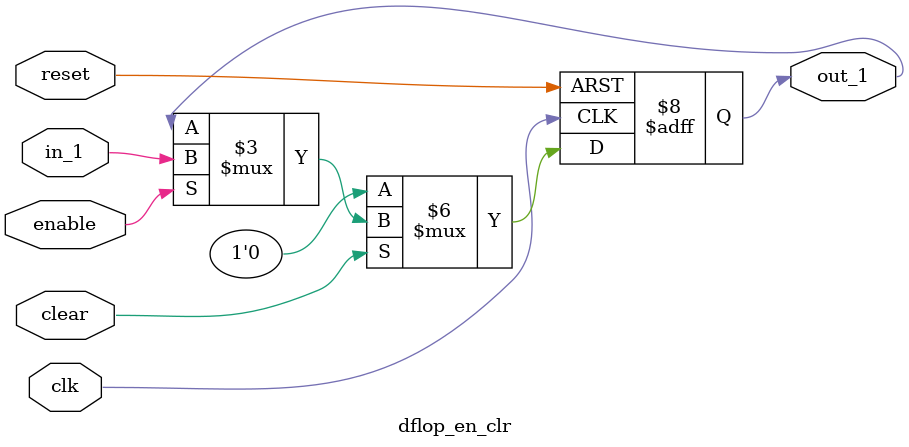
<source format=v>
`timescale 1ns / 1ps

///////////////////////
// Simple D-flop
//////////////////


module simple_dflop (
    // input 
    clk, 
    in_1, 
    // output 
    out_1
); 
// port definitions 
input clk; 
input in_1;
output out_1;

reg out_1; 

// ---- Design implementation ---- 

always @(posedge clk) 
begin 
    out_1 <= in_1; 
end 

endmodule 



///////////////////////
// D-flop with reset 
//////////////////


module dflop_n_reset (
    // input 
    clk, 
    reset, 
    in_1, 
    // output 
    out_1
); 
// port definitions 
input clk; 
input reset; 
input in_1;
output out_1;

reg out_1; 

// ---- Design implementation ---- 

always @(posedge clk or posedge reset) 
begin 
    if (reset) 
        out_1 <= 1'b0; 
    else 
        out_1 <= in_1; 
    end 
endmodule 


///////////////////////
// D-flop with enable and clear 
//////////////////


module dflop_en_clr ( 
    // input 
    clk, 
    reset, 
    in_1, 
    enable, 
    clear,
    // output 
    out_1
); 
// port definitions 
input clk; 
input reset; 
input in_1;
input enable; 
input clear; 
output out_1;

reg out_1; 

// ---- Design implementation ---- 

always @(posedge clk or posedge reset) 
begin 
    if (reset) 
        out_1 <= 1'b0; 
    else if (clear == 1'b0)
        out_1 <= 1'b0; 
    else if (enable)
        out_1 <= in_1; 
    end 
endmodule 


</source>
